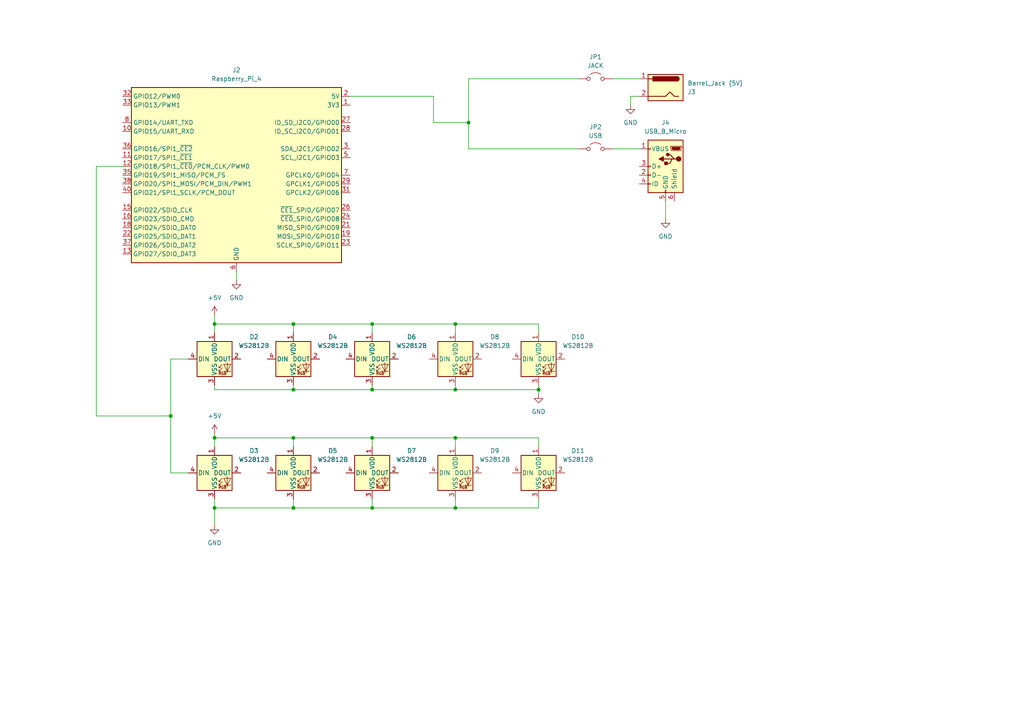
<source format=kicad_sch>
(kicad_sch (version 20250114) (generator "eeschema") (generator_version "9.0")
  (paper "A4")
  (lib_symbols
    (symbol "Connector:Barrel_Jack" (pin_names (offset 1.016))
      (property "Reference" "J" (at 0 5.334 0))
      (property "Value" "Barrel_Jack" (at 0 -5.08 0))
      (symbol "Barrel_Jack_0_1"
        (rectangle (start -5.08 3.81) (end 5.08 -3.81) (stroke (width 0.254)) (fill (type background)))
        (polyline (pts (xy -3.81 -2.54) (xy -2.54 -2.54) (xy -1.27 -1.27) (xy 0 -2.54) (xy 2.54 -2.54) (xy 5.08 -2.54)) (stroke (width 0.254)))
        (arc (start -3.302 1.905) (mid -3.9343 2.54) (end -3.302 3.175) (stroke (width 0.254)))
        (arc (start -3.302 1.905) (mid -3.9343 2.54) (end -3.302 3.175) (stroke (width 0.254)) (fill (type outline)))
        (rectangle (start 3.683 3.175) (end -3.302 1.905) (stroke (width 0.254)) (fill (type outline)))
        (polyline (pts (xy 5.08 2.54) (xy 3.81 2.54)) (stroke (width 0.254)))
      )
      (symbol "Barrel_Jack_1_1"
        (pin passive line (at 7.62 2.54 180) (length 2.54) (name "~") (number "1"))
        (pin passive line (at 7.62 -2.54 180) (length 2.54) (name "~") (number "2"))
      )
    )
    (symbol "Connector:Raspberry_Pi_4"
      (property "Reference" "J" (at -17.526 48.768 0))
      (property "Value" "Raspberry_Pi_4" (at 15.748 -26.416 0))
      (symbol "Raspberry_Pi_4_0_1"
        (rectangle (start -30.48 25.4) (end 30.48 -25.4) (stroke (width 0.254)) (fill (type background)))
      )
      (symbol "Raspberry_Pi_4_1_1"
        (pin bidirectional line (at -33.02 22.86 0) (length 2.54) (name "GPIO12/PWM0") (number "32"))
        (pin bidirectional line (at -33.02 20.32 0) (length 2.54) (name "GPIO13/PWM1") (number "33"))
        (pin bidirectional line (at -33.02 15.24 0) (length 2.54) (name "GPIO14/UART_TXD") (number "8"))
        (pin bidirectional line (at -33.02 12.7 0) (length 2.54) (name "GPIO15/UART_RXD") (number "10"))
        (pin bidirectional line (at -33.02 7.62 0) (length 2.54) (name "GPIO16/SPI1_~{CE2}") (number "36"))
        (pin bidirectional line (at -33.02 5.08 0) (length 2.54) (name "GPIO17/SPI1_~{CE1}") (number "11"))
        (pin bidirectional line (at -33.02 2.54 0) (length 2.54) (name "GPIO18/SPI1_~{CE0}/PCM_CLK/PWM0") (number "12"))
        (pin bidirectional line (at -33.02 0 0) (length 2.54) (name "GPIO19/SPI1_MISO/PCM_FS") (number "35"))
        (pin bidirectional line (at -33.02 -2.54 0) (length 2.54) (name "GPIO20/SPI1_MOSI/PCM_DIN/PWM1") (number "38"))
        (pin bidirectional line (at -33.02 -5.08 0) (length 2.54) (name "GPIO21/SPI1_SCLK/PCM_DOUT") (number "40"))
        (pin bidirectional line (at -33.02 -10.16 0) (length 2.54) (name "GPIO22/SDIO_CLK") (number "15"))
        (pin bidirectional line (at -33.02 -12.7 0) (length 2.54) (name "GPIO23/SDIO_CMD") (number "16"))
        (pin bidirectional line (at -33.02 -15.24 0) (length 2.54) (name "GPIO24/SDIO_DAT0") (number "18"))
        (pin bidirectional line (at -33.02 -17.78 0) (length 2.54) (name "GPIO25/SDIO_DAT1") (number "22"))
        (pin bidirectional line (at -33.02 -20.32 0) (length 2.54) (name "GPIO26/SDIO_DAT2") (number "37"))
        (pin bidirectional line (at -33.02 -22.86 0) (length 2.54) (name "GPIO27/SDIO_DAT3") (number "13"))
        (pin passive line (at 0 -27.94 90) (length 2.54) (hide yes) (name "GND") (number "14"))
        (pin passive line (at 0 -27.94 90) (length 2.54) (hide yes) (name "GND") (number "20"))
        (pin passive line (at 0 -27.94 90) (length 2.54) (hide yes) (name "GND") (number "25"))
        (pin passive line (at 0 -27.94 90) (length 2.54) (hide yes) (name "GND") (number "30"))
        (pin passive line (at 0 -27.94 90) (length 2.54) (hide yes) (name "GND") (number "34"))
        (pin passive line (at 0 -27.94 90) (length 2.54) (hide yes) (name "GND") (number "39"))
        (pin power_out line (at 0 -27.94 90) (length 2.54) (name "GND") (number "6"))
        (pin passive line (at 0 -27.94 90) (length 2.54) (hide yes) (name "GND") (number "9"))
        (pin power_out line (at 33.02 22.86 180) (length 2.54) (name "5V") (number "2"))
        (pin passive line (at 33.02 22.86 180) (length 2.54) (hide yes) (name "5V") (number "4"))
        (pin power_out line (at 33.02 20.32 180) (length 2.54) (name "3V3") (number "1"))
        (pin passive line (at 33.02 20.32 180) (length 2.54) (hide yes) (name "3V3") (number "17"))
        (pin bidirectional line (at 33.02 15.24 180) (length 2.54) (name "ID_SD_I2C0/GPIO00") (number "27"))
        (pin bidirectional line (at 33.02 12.7 180) (length 2.54) (name "ID_SC_I2C0/GPIO01") (number "28"))
        (pin bidirectional line (at 33.02 7.62 180) (length 2.54) (name "SDA_I2C1/GPIO02") (number "3"))
        (pin bidirectional line (at 33.02 5.08 180) (length 2.54) (name "SCL_I2C1/GPIO03") (number "5"))
        (pin bidirectional line (at 33.02 0 180) (length 2.54) (name "GPCLK0/GPIO04") (number "7"))
        (pin bidirectional line (at 33.02 -2.54 180) (length 2.54) (name "GPCLK1/GPIO05") (number "29"))
        (pin bidirectional line (at 33.02 -5.08 180) (length 2.54) (name "GPCLK2/GPIO06") (number "31"))
        (pin bidirectional line (at 33.02 -10.16 180) (length 2.54) (name "~{CE1}_SPI0/GPIO07") (number "26"))
        (pin bidirectional line (at 33.02 -12.7 180) (length 2.54) (name "~{CE0}_SPI0/GPIO08") (number "24"))
        (pin bidirectional line (at 33.02 -15.24 180) (length 2.54) (name "MISO_SPI0/GPIO09") (number "21"))
        (pin bidirectional line (at 33.02 -17.78 180) (length 2.54) (name "MOSI_SPI0/GPIO10") (number "19"))
        (pin bidirectional line (at 33.02 -20.32 180) (length 2.54) (name "SCLK_SPI0/GPIO11") (number "23"))
      )
    )
    (symbol "Connector:USB_B_Micro" (pin_names (offset 1.016))
      (property "Reference" "J" (at -5.08 11.43 0))
      (property "Value" "USB_B_Micro" (at -5.08 8.89 0))
      (symbol "USB_B_Micro_0_1"
        (rectangle (start -5.08 -7.62) (end 5.08 7.62) (stroke (width 0.254)) (fill (type background)))
        (polyline (pts (xy -4.699 5.842) (xy -4.699 5.588) (xy -4.445 4.826) (xy -4.445 4.572) (xy -1.651 4.572) (xy -1.651 4.826) (xy -1.397 5.588) (xy -1.397 5.842) (xy -4.699 5.842)))
        (polyline (pts (xy -4.318 5.588) (xy -1.778 5.588) (xy -2.032 4.826) (xy -4.064 4.826) (xy -4.318 5.588)) (fill (type outline)))
        (circle (center -3.81 2.159) (radius 0.635) (stroke (width 0.254)) (fill (type outline)))
        (polyline (pts (xy -3.175 2.159) (xy -2.54 2.159) (xy -1.27 3.429) (xy -0.635 3.429)) (stroke (width 0.254)))
        (polyline (pts (xy -2.54 2.159) (xy -1.905 2.159) (xy -1.27 0.889) (xy 0 0.889)) (stroke (width 0.254)))
        (polyline (pts (xy -1.905 2.159) (xy 0.635 2.159)) (stroke (width 0.254)))
        (circle (center -0.635 3.429) (radius 0.381) (stroke (width 0.254)) (fill (type outline)))
        (rectangle (start -0.127 -7.62) (end 0.127 -6.858))
        (rectangle (start 0.254 1.27) (end -0.508 0.508) (stroke (width 0.254)) (fill (type outline)))
        (polyline (pts (xy 0.635 2.794) (xy 0.635 1.524) (xy 1.905 2.159) (xy 0.635 2.794)) (stroke (width 0.254)) (fill (type outline)))
        (rectangle (start 5.08 4.953) (end 4.318 5.207))
        (rectangle (start 5.08 -0.127) (end 4.318 0.127))
        (rectangle (start 5.08 -2.667) (end 4.318 -2.413))
        (rectangle (start 5.08 -5.207) (end 4.318 -4.953))
      )
      (symbol "USB_B_Micro_1_1"
        (pin passive line (at -2.54 -10.16 90) (length 2.54) (name "Shield") (number "6"))
        (pin power_out line (at 0 -10.16 90) (length 2.54) (name "GND") (number "5"))
        (pin power_out line (at 7.62 5.08 180) (length 2.54) (name "VBUS") (number "1"))
        (pin bidirectional line (at 7.62 0 180) (length 2.54) (name "D+") (number "3"))
        (pin bidirectional line (at 7.62 -2.54 180) (length 2.54) (name "D-") (number "2"))
        (pin passive line (at 7.62 -5.08 180) (length 2.54) (name "ID") (number "4"))
      )
    )
    (symbol "Jumper:Jumper_2_Open" (pin_numbers (hide yes)) (pin_names (offset 0) (hide yes))
      (property "Reference" "JP" (at 0 2.794 0))
      (property "Value" "Jumper_2_Open" (at 0 -2.286 0))
      (symbol "Jumper_2_Open_0_0"
        (circle (center -2.032 0) (radius 0.508))
        (circle (center 2.032 0) (radius 0.508))
      )
      (symbol "Jumper_2_Open_0_1"
        (arc (start -1.524 1.27) (mid 0 1.778) (end 1.524 1.27))
      )
      (symbol "Jumper_2_Open_1_1"
        (pin passive line (at -5.08 0 0) (length 2.54) (name "A") (number "1"))
        (pin passive line (at 5.08 0 180) (length 2.54) (name "B") (number "2"))
      )
    )
    (symbol "LED:WS2812B" (pin_names (offset 0.254))
      (property "Reference" "D" (at 5.08 5.715 0))
      (property "Value" "WS2812B" (at 1.27 -5.715 0))
      (symbol "WS2812B_0_0"
        (text "RGB" (at 2.286 -4.191 0) (effects (font (size 0.762 0.762))))
      )
      (symbol "WS2812B_0_1"
        (polyline (pts (xy 1.27 -2.54) (xy 1.778 -2.54)))
        (polyline (pts (xy 1.27 -3.556) (xy 1.778 -3.556)))
        (polyline (pts (xy 2.286 -1.524) (xy 1.27 -2.54) (xy 1.27 -2.032)))
        (polyline (pts (xy 2.286 -2.54) (xy 1.27 -3.556) (xy 1.27 -3.048)))
        (polyline (pts (xy 3.683 -1.016) (xy 3.683 -3.556) (xy 3.683 -4.064)))
        (polyline (pts (xy 4.699 -1.524) (xy 2.667 -1.524) (xy 3.683 -3.556) (xy 4.699 -1.524)))
        (polyline (pts (xy 4.699 -3.556) (xy 2.667 -3.556)))
        (rectangle (start 5.08 5.08) (end -5.08 -5.08) (stroke (width 0.254)) (fill (type background)))
      )
      (symbol "WS2812B_1_1"
        (pin input line (at -7.62 0 0) (length 2.54) (name "DIN") (number "4"))
        (pin power_in line (at 0 7.62 270) (length 2.54) (name "VDD") (number "1"))
        (pin power_in line (at 0 -7.62 90) (length 2.54) (name "VSS") (number "3"))
        (pin output line (at 7.62 0 180) (length 2.54) (name "DOUT") (number "2"))
      )
    )
    (symbol "power:+5V" (power) (pin_numbers (hide yes)) (pin_names (offset 0) (hide yes))
      (property "Value" "+5V" (at 0 3.556 0))
      (symbol "+5V_0_1"
        (polyline (pts (xy -0.762 1.27) (xy 0 2.54)))
        (polyline (pts (xy 0 2.54) (xy 0.762 1.27)))
        (polyline (pts (xy 0 0) (xy 0 2.54)))
      )
      (symbol "+5V_1_1"
        (pin power_in line (at 0 0 90) (length 0) (name "~") (number "1"))
      )
    )
    (symbol "power:GND" (power) (pin_numbers (hide yes)) (pin_names (offset 0) (hide yes))
      (property "Value" "GND" (at 0 -3.81 0))
      (symbol "GND_0_1"
        (polyline (pts (xy 0 0) (xy 0 -1.27) (xy 1.27 -1.27) (xy 0 -2.54) (xy -1.27 -1.27) (xy 0 -1.27)))
      )
      (symbol "GND_1_1"
        (pin power_in line (at 0 0 270) (length 0) (name "~") (number "1"))
      )
    )
  )
  (junction (at 156.21 113.03))
  (junction (at 85.09 113.03))
  (junction (at 132.08 113.03))
  (junction (at 132.08 127))
  (junction (at 85.09 147.32))
  (junction (at 135.89 35.56))
  (junction (at 107.95 127))
  (junction (at 49.53 120.65))
  (junction (at 62.23 147.32))
  (junction (at 85.09 93.98))
  (junction (at 107.95 113.03))
  (junction (at 132.08 147.32))
  (junction (at 107.95 93.98))
  (junction (at 107.95 147.32))
  (junction (at 62.23 127))
  (junction (at 85.09 127))
  (junction (at 62.23 93.98))
  (junction (at 132.08 93.98))
  (wire (pts (xy 132.08 147.32) (xy 156.21 147.32)))
  (wire (pts (xy 27.94 48.26) (xy 27.94 120.65)))
  (wire (pts (xy 156.21 111.76) (xy 156.21 113.03)))
  (wire (pts (xy 156.21 93.98) (xy 156.21 96.52)))
  (wire (pts (xy 85.09 127) (xy 85.09 129.54)))
  (wire (pts (xy 107.95 113.03) (xy 85.09 113.03)))
  (wire (pts (xy 135.89 43.18) (xy 167.64 43.18)))
  (wire (pts (xy 156.21 144.78) (xy 156.21 147.32)))
  (wire (pts (xy 49.53 104.14) (xy 49.53 120.65)))
  (wire (pts (xy 193.04 58.42) (xy 193.04 63.5)))
  (wire (pts (xy 132.08 113.03) (xy 107.95 113.03)))
  (wire (pts (xy 132.08 93.98) (xy 132.08 96.52)))
  (wire (pts (xy 101.6 27.94) (xy 125.73 27.94)))
  (wire (pts (xy 107.95 93.98) (xy 107.95 96.52)))
  (wire (pts (xy 35.56 48.26) (xy 27.94 48.26)))
  (wire (pts (xy 135.89 35.56) (xy 135.89 43.18)))
  (wire (pts (xy 85.09 147.32) (xy 107.95 147.32)))
  (wire (pts (xy 85.09 93.98) (xy 107.95 93.98)))
  (wire (pts (xy 62.23 127) (xy 62.23 129.54)))
  (wire (pts (xy 177.8 43.18) (xy 185.42 43.18)))
  (wire (pts (xy 132.08 127) (xy 132.08 129.54)))
  (wire (pts (xy 107.95 93.98) (xy 132.08 93.98)))
  (wire (pts (xy 62.23 93.98) (xy 85.09 93.98)))
  (wire (pts (xy 85.09 113.03) (xy 62.23 113.03)))
  (wire (pts (xy 62.23 127) (xy 85.09 127)))
  (wire (pts (xy 177.8 22.86) (xy 185.42 22.86)))
  (wire (pts (xy 49.53 120.65) (xy 49.53 137.16)))
  (wire (pts (xy 107.95 127) (xy 132.08 127)))
  (wire (pts (xy 135.89 22.86) (xy 135.89 35.56)))
  (wire (pts (xy 62.23 147.32) (xy 85.09 147.32)))
  (wire (pts (xy 85.09 127) (xy 107.95 127)))
  (wire (pts (xy 132.08 144.78) (xy 132.08 147.32)))
  (wire (pts (xy 132.08 111.76) (xy 132.08 113.03)))
  (wire (pts (xy 107.95 147.32) (xy 132.08 147.32)))
  (wire (pts (xy 156.21 127) (xy 156.21 129.54)))
  (wire (pts (xy 54.61 104.14) (xy 49.53 104.14)))
  (wire (pts (xy 85.09 144.78) (xy 85.09 147.32)))
  (wire (pts (xy 156.21 113.03) (xy 156.21 114.3)))
  (wire (pts (xy 62.23 144.78) (xy 62.23 147.32)))
  (wire (pts (xy 85.09 111.76) (xy 85.09 113.03)))
  (wire (pts (xy 62.23 93.98) (xy 62.23 96.52)))
  (wire (pts (xy 62.23 111.76) (xy 62.23 113.03)))
  (wire (pts (xy 182.88 30.48) (xy 182.88 27.94)))
  (wire (pts (xy 62.23 147.32) (xy 62.23 152.4)))
  (wire (pts (xy 27.94 120.65) (xy 49.53 120.65)))
  (wire (pts (xy 62.23 125.73) (xy 62.23 127)))
  (wire (pts (xy 132.08 93.98) (xy 156.21 93.98)))
  (wire (pts (xy 68.58 78.74) (xy 68.58 81.28)))
  (wire (pts (xy 107.95 127) (xy 107.95 129.54)))
  (wire (pts (xy 62.23 91.44) (xy 62.23 93.98)))
  (wire (pts (xy 125.73 35.56) (xy 135.89 35.56)))
  (wire (pts (xy 167.64 22.86) (xy 135.89 22.86)))
  (wire (pts (xy 182.88 27.94) (xy 185.42 27.94)))
  (wire (pts (xy 85.09 93.98) (xy 85.09 96.52)))
  (wire (pts (xy 125.73 27.94) (xy 125.73 35.56)))
  (wire (pts (xy 156.21 113.03) (xy 132.08 113.03)))
  (wire (pts (xy 132.08 127) (xy 156.21 127)))
  (wire (pts (xy 49.53 137.16) (xy 54.61 137.16)))
  (wire (pts (xy 107.95 144.78) (xy 107.95 147.32)))
  (wire (pts (xy 107.95 111.76) (xy 107.95 113.03)))
  (symbol (lib_id "power:+5V") (at 62.23 91.44 0) (unit 1) (on_board no)
    (property "Reference" "#PWR06" (effects (hide yes)))
    (property "Value" "+5V" (at 62.23 86.36 0))
    (property "Description" "Power symbol creates a global label with name \"+5V\"" (effects (hide yes)))
  )
  (symbol (lib_id "Jumper:Jumper_2_Open") (at 172.72 22.86 0) (unit 1) (on_board no)
    (property "Reference" "JP1" (at 172.72 16.51 0))
    (property "Value" "JACK" (at 172.72 19.05 0))
    (property "Footprint" "TestPoint:TestPoint_2Pads_Pitch2.54mm_Drill0.8mm" (effects (hide yes)))
    (property "Description" "Jumper, 2-pole, open" (effects (hide yes)))
  )
  (symbol (lib_id "LED:WS2812B") (at 156.21 137.16 0) (unit 1) (on_board no)
    (property "Reference" "D11" (at 167.64 130.7398 0))
    (property "Value" "WS2812B" (at 167.64 133.2798 0))
    (property "Footprint" "LED_SMD:LED_WS2812B_PLCC4_5.0x5.0mm_P3.2mm" (effects (hide yes)))
    (property "Datasheet" "https://cdn-shop.adafruit.com/datasheets/WS2812B.pdf" (effects (hide yes)))
    (property "Description" "RGB LED with integrated controller" (effects (hide yes)))
  )
  (symbol (lib_id "LED:WS2812B") (at 156.21 104.14 0) (unit 1) (on_board no)
    (property "Reference" "D10" (at 167.64 97.7198 0))
    (property "Value" "WS2812B" (at 167.64 100.2598 0))
    (property "Footprint" "LED_SMD:LED_WS2812B_PLCC4_5.0x5.0mm_P3.2mm" (effects (hide yes)))
    (property "Datasheet" "https://cdn-shop.adafruit.com/datasheets/WS2812B.pdf" (effects (hide yes)))
    (property "Description" "RGB LED with integrated controller" (effects (hide yes)))
  )
  (symbol (lib_id "LED:WS2812B") (at 132.08 137.16 0) (unit 1) (on_board no)
    (property "Reference" "D9" (at 143.51 130.7398 0))
    (property "Value" "WS2812B" (at 143.51 133.2798 0))
    (property "Footprint" "LED_SMD:LED_WS2812B_PLCC4_5.0x5.0mm_P3.2mm" (effects (hide yes)))
    (property "Datasheet" "https://cdn-shop.adafruit.com/datasheets/WS2812B.pdf" (effects (hide yes)))
    (property "Description" "RGB LED with integrated controller" (effects (hide yes)))
  )
  (symbol (lib_id "Connector:Raspberry_Pi_4") (at 68.58 50.8 0) (unit 1) (on_board no)
    (property "Reference" "J2" (at 68.58 20.32 0))
    (property "Value" "Raspberry_Pi_4" (at 68.58 22.86 0))
    (property "Footprint" "Connector_PinSocket_2.54mm:PinSocket_2x20_P2.54mm_Vertical" (effects (hide yes)))
    (property "Datasheet" "https://datasheets.raspberrypi.com/rpi4/raspberry-pi-4-datasheet.pdf" (effects (hide yes)))
    (property "Description" "Raspberry Pi 4 Model B" (effects (hide yes)))
  )
  (symbol (lib_id "LED:WS2812B") (at 107.95 137.16 0) (unit 1) (on_board no)
    (property "Reference" "D7" (at 119.38 130.7398 0))
    (property "Value" "WS2812B" (at 119.38 133.2798 0))
    (property "Footprint" "LED_SMD:LED_WS2812B_PLCC4_5.0x5.0mm_P3.2mm" (effects (hide yes)))
    (property "Datasheet" "https://cdn-shop.adafruit.com/datasheets/WS2812B.pdf" (effects (hide yes)))
    (property "Description" "RGB LED with integrated controller" (effects (hide yes)))
  )
  (symbol (lib_id "power:GND") (at 62.23 152.4 0) (unit 1) (on_board no)
    (property "Reference" "#PWR05" (effects (hide yes)))
    (property "Value" "GND" (at 62.23 157.48 0))
    (property "Description" "Power symbol creates a global label with name \"GND\" , ground" (effects (hide yes)))
  )
  (symbol (lib_id "LED:WS2812B") (at 62.23 104.14 0) (unit 1) (on_board no)
    (property "Reference" "D2" (at 73.66 97.7198 0))
    (property "Value" "WS2812B" (at 73.66 100.2598 0))
    (property "Footprint" "LED_SMD:LED_WS2812B_PLCC4_5.0x5.0mm_P3.2mm" (effects (hide yes)))
    (property "Datasheet" "https://cdn-shop.adafruit.com/datasheets/WS2812B.pdf" (effects (hide yes)))
    (property "Description" "RGB LED with integrated controller" (effects (hide yes)))
  )
  (symbol (lib_id "LED:WS2812B") (at 132.08 104.14 0) (unit 1) (on_board no)
    (property "Reference" "D8" (at 143.51 97.7198 0))
    (property "Value" "WS2812B" (at 143.51 100.2598 0))
    (property "Footprint" "LED_SMD:LED_WS2812B_PLCC4_5.0x5.0mm_P3.2mm" (effects (hide yes)))
    (property "Datasheet" "https://cdn-shop.adafruit.com/datasheets/WS2812B.pdf" (effects (hide yes)))
    (property "Description" "RGB LED with integrated controller" (effects (hide yes)))
  )
  (symbol (lib_id "power:GND") (at 193.04 63.5 0) (unit 1) (on_board no)
    (property "Reference" "#PWR04" (effects (hide yes)))
    (property "Value" "GND" (at 193.04 68.58 0))
    (property "Description" "Power symbol creates a global label with name \"GND\" , ground" (effects (hide yes)))
  )
  (symbol (lib_id "LED:WS2812B") (at 107.95 104.14 0) (unit 1) (on_board no)
    (property "Reference" "D6" (at 119.38 97.7198 0))
    (property "Value" "WS2812B" (at 119.38 100.2598 0))
    (property "Footprint" "LED_SMD:LED_WS2812B_PLCC4_5.0x5.0mm_P3.2mm" (effects (hide yes)))
    (property "Datasheet" "https://cdn-shop.adafruit.com/datasheets/WS2812B.pdf" (effects (hide yes)))
    (property "Description" "RGB LED with integrated controller" (effects (hide yes)))
  )
  (symbol (lib_id "power:+5V") (at 62.23 125.73 0) (unit 1) (on_board no)
    (property "Reference" "#PWR07" (effects (hide yes)))
    (property "Value" "+5V" (at 62.23 120.65 0))
    (property "Description" "Power symbol creates a global label with name \"+5V\"" (effects (hide yes)))
  )
  (symbol (lib_id "Connector:USB_B_Micro") (at 193.04 48.26 0) (mirror y) (unit 1) (on_board no)
    (property "Reference" "J4" (at 193.04 35.56 0))
    (property "Value" "USB_B_Micro" (at 193.04 38.1 0))
    (property "Description" "USB Micro Type B connector" (effects (hide yes)))
  )
  (symbol (lib_id "Jumper:Jumper_2_Open") (at 172.72 43.18 0) (unit 1) (on_board no)
    (property "Reference" "JP2" (at 172.72 36.83 0))
    (property "Value" "USB" (at 172.72 39.37 0))
    (property "Footprint" "TestPoint:TestPoint_2Pads_Pitch2.54mm_Drill0.8mm" (effects (hide yes)))
    (property "Description" "Jumper, 2-pole, open" (effects (hide yes)))
  )
  (symbol (lib_id "power:GND") (at 156.21 114.3 0) (unit 1) (on_board no)
    (property "Reference" "#PWR08" (effects (hide yes)))
    (property "Value" "GND" (at 156.21 119.38 0))
    (property "Description" "Power symbol creates a global label with name \"GND\" , ground" (effects (hide yes)))
  )
  (symbol (lib_id "Connector:Barrel_Jack") (at 193.04 25.4 0) (mirror y) (unit 1) (on_board no)
    (property "Reference" "J3" (at 199.39 26.6701 0) (effects (justify right)))
    (property "Value" "Barrel_Jack (5V)" (at 199.39 24.1301 0) (effects (justify right)))
    (property "Footprint" "Connector_BarrelJack:BarrelJack_SwitchcraftConxall_RAPC10U_Horizontal" (effects (hide yes)))
    (property "Description" "DC Barrel Jack" (effects (hide yes)))
  )
  (symbol (lib_id "LED:WS2812B") (at 62.23 137.16 0) (unit 1) (on_board no)
    (property "Reference" "D3" (at 73.66 130.7398 0))
    (property "Value" "WS2812B" (at 73.66 133.2798 0))
    (property "Footprint" "LED_SMD:LED_WS2812B_PLCC4_5.0x5.0mm_P3.2mm" (effects (hide yes)))
    (property "Datasheet" "https://cdn-shop.adafruit.com/datasheets/WS2812B.pdf" (effects (hide yes)))
    (property "Description" "RGB LED with integrated controller" (effects (hide yes)))
  )
  (symbol (lib_id "LED:WS2812B") (at 85.09 104.14 0) (unit 1) (on_board no)
    (property "Reference" "D4" (at 96.52 97.7198 0))
    (property "Value" "WS2812B" (at 96.52 100.2598 0))
    (property "Footprint" "LED_SMD:LED_WS2812B_PLCC4_5.0x5.0mm_P3.2mm" (effects (hide yes)))
    (property "Datasheet" "https://cdn-shop.adafruit.com/datasheets/WS2812B.pdf" (effects (hide yes)))
    (property "Description" "RGB LED with integrated controller" (effects (hide yes)))
  )
  (symbol (lib_id "power:GND") (at 182.88 30.48 0) (unit 1) (on_board no)
    (property "Reference" "#PWR03" (effects (hide yes)))
    (property "Value" "GND" (at 182.88 35.56 0))
    (property "Description" "Power symbol creates a global label with name \"GND\" , ground" (effects (hide yes)))
  )
  (symbol (lib_id "power:GND") (at 68.58 81.28 0) (unit 1) (on_board no)
    (property "Reference" "#PWR09" (effects (hide yes)))
    (property "Value" "GND" (at 68.58 86.36 0))
    (property "Description" "Power symbol creates a global label with name \"GND\" , ground" (effects (hide yes)))
  )
  (symbol (lib_id "LED:WS2812B") (at 85.09 137.16 0) (unit 1) (on_board no)
    (property "Reference" "D5" (at 96.52 130.7398 0))
    (property "Value" "WS2812B" (at 96.52 133.2798 0))
    (property "Footprint" "LED_SMD:LED_WS2812B_PLCC4_5.0x5.0mm_P3.2mm" (effects (hide yes)))
    (property "Datasheet" "https://cdn-shop.adafruit.com/datasheets/WS2812B.pdf" (effects (hide yes)))
    (property "Description" "RGB LED with integrated controller" (effects (hide yes)))
  )
)
</source>
